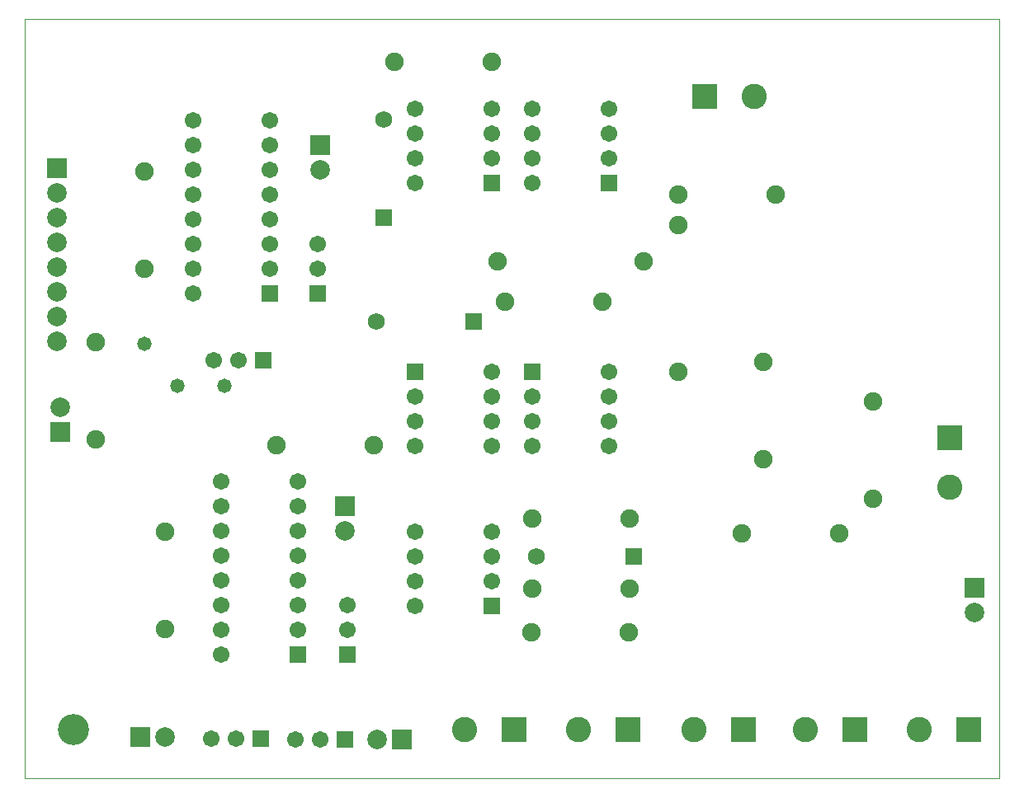
<source format=gbs>
G04 Layer_Color=16711935*
%FSLAX44Y44*%
%MOMM*%
G71*
G01*
G75*
%ADD16C,0.1000*%
%ADD44R,1.7032X1.7032*%
%ADD45C,1.7032*%
%ADD46C,1.9032*%
%ADD47C,1.7032*%
%ADD48R,1.7032X1.7032*%
%ADD49R,2.0032X2.0032*%
%ADD50C,2.0032*%
%ADD51R,1.7032X1.7032*%
%ADD52C,1.7272*%
%ADD53R,1.7272X1.7272*%
%ADD54R,2.0032X2.0032*%
%ADD55R,2.6032X2.6032*%
%ADD56C,2.6032*%
%ADD57R,1.7272X1.7272*%
%ADD58C,3.2032*%
%ADD59R,2.6032X2.6032*%
%ADD60C,1.4732*%
D16*
X-50000Y-50000D02*
Y730000D01*
X950000D01*
Y-50000D02*
Y730000D01*
X-50000Y-50000D02*
X950000D01*
D44*
X201440Y448160D02*
D03*
X229850Y77470D02*
D03*
X429350Y561900D02*
D03*
X350650Y368100D02*
D03*
X549350Y561900D02*
D03*
X470650Y368100D02*
D03*
X429240Y127000D02*
D03*
D45*
X201440Y473560D02*
D03*
Y498960D02*
D03*
Y524360D02*
D03*
Y549760D02*
D03*
Y575160D02*
D03*
Y600560D02*
D03*
Y625960D02*
D03*
X122740Y448160D02*
D03*
Y473560D02*
D03*
Y498960D02*
D03*
Y524360D02*
D03*
Y549760D02*
D03*
Y575160D02*
D03*
Y600560D02*
D03*
Y625960D02*
D03*
X229850Y102870D02*
D03*
Y128270D02*
D03*
Y153670D02*
D03*
Y179070D02*
D03*
Y204470D02*
D03*
Y229870D02*
D03*
Y255270D02*
D03*
X151150Y77470D02*
D03*
Y102870D02*
D03*
Y128270D02*
D03*
Y153670D02*
D03*
Y179070D02*
D03*
Y204470D02*
D03*
Y229870D02*
D03*
Y255270D02*
D03*
X350650Y561900D02*
D03*
Y587300D02*
D03*
Y612700D02*
D03*
Y638100D02*
D03*
X429350Y612700D02*
D03*
Y638100D02*
D03*
Y587300D02*
D03*
Y368100D02*
D03*
Y342700D02*
D03*
Y317300D02*
D03*
Y291900D02*
D03*
X350650Y317300D02*
D03*
Y291900D02*
D03*
Y342700D02*
D03*
X470650Y561900D02*
D03*
Y587300D02*
D03*
Y612700D02*
D03*
Y638100D02*
D03*
X549350Y612700D02*
D03*
Y638100D02*
D03*
Y587300D02*
D03*
Y368100D02*
D03*
Y342700D02*
D03*
Y317300D02*
D03*
Y291900D02*
D03*
X470650Y317300D02*
D03*
Y291900D02*
D03*
Y342700D02*
D03*
X350540Y127000D02*
D03*
Y152400D02*
D03*
Y177800D02*
D03*
Y203200D02*
D03*
X429240Y177800D02*
D03*
Y203200D02*
D03*
Y152400D02*
D03*
D46*
X620090Y549760D02*
D03*
X720090D02*
D03*
X22860Y397980D02*
D03*
Y297980D02*
D03*
X207810Y292100D02*
D03*
X307810D02*
D03*
X93980Y203670D02*
D03*
Y103670D02*
D03*
X72390Y573240D02*
D03*
Y473240D02*
D03*
X329260Y685650D02*
D03*
X429260D02*
D03*
X685330Y201930D02*
D03*
X785330D02*
D03*
X707390Y377660D02*
D03*
Y277660D02*
D03*
X585070Y481180D02*
D03*
X435070D02*
D03*
X620560Y518080D02*
D03*
Y368080D02*
D03*
X570700Y217170D02*
D03*
X470700D02*
D03*
X542290Y439270D02*
D03*
X442290D02*
D03*
X569430Y100330D02*
D03*
X469430D02*
D03*
X570700Y144780D02*
D03*
X470700D02*
D03*
X820420Y337020D02*
D03*
Y237020D02*
D03*
D47*
X280670Y128270D02*
D03*
Y102870D02*
D03*
X140970Y-8890D02*
D03*
X166370D02*
D03*
X143510Y379730D02*
D03*
X168910D02*
D03*
X250190Y499110D02*
D03*
Y473710D02*
D03*
X252730Y-10160D02*
D03*
X227330D02*
D03*
D48*
X280670Y77470D02*
D03*
X250190Y448310D02*
D03*
D49*
X278130Y229870D02*
D03*
X-13970Y306070D02*
D03*
X252730Y600710D02*
D03*
X-16980Y576430D02*
D03*
X924560Y146050D02*
D03*
D50*
X278130Y204470D02*
D03*
X-13970Y331470D02*
D03*
X252730Y575310D02*
D03*
X-16980Y398630D02*
D03*
Y424030D02*
D03*
Y449430D02*
D03*
Y474830D02*
D03*
Y500230D02*
D03*
Y525630D02*
D03*
Y551030D02*
D03*
X93980Y-7620D02*
D03*
X311150Y-10160D02*
D03*
X924560Y120650D02*
D03*
D51*
X191770Y-8890D02*
D03*
X194310Y379730D02*
D03*
X278130Y-10160D02*
D03*
D52*
X318300Y626430D02*
D03*
X310210Y418950D02*
D03*
X474510Y177800D02*
D03*
D53*
X318300Y526430D02*
D03*
D54*
X68580Y-7620D02*
D03*
X336550Y-10160D02*
D03*
D55*
X647700Y650240D02*
D03*
X801370Y0D02*
D03*
X918210D02*
D03*
X687070D02*
D03*
X452120D02*
D03*
X568960D02*
D03*
D56*
X698500Y650240D02*
D03*
X750570Y0D02*
D03*
X867410D02*
D03*
X636270D02*
D03*
X401320D02*
D03*
X518160D02*
D03*
X899160Y248920D02*
D03*
D57*
X410210Y418950D02*
D03*
X574510Y177800D02*
D03*
D58*
X0Y0D02*
D03*
D59*
X899160Y299720D02*
D03*
D60*
X154940Y353060D02*
D03*
X106680D02*
D03*
X72390Y396240D02*
D03*
M02*

</source>
